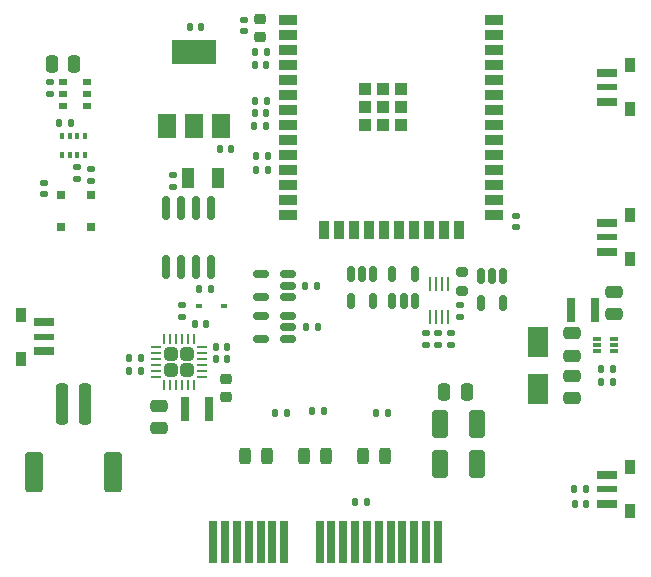
<source format=gbr>
%TF.GenerationSoftware,KiCad,Pcbnew,(6.0.9)*%
%TF.CreationDate,2023-09-09T15:40:48+05:30*%
%TF.ProjectId,WeatherKids_V3,57656174-6865-4724-9b69-64735f56332e,rev?*%
%TF.SameCoordinates,PX1406f40PY14fb180*%
%TF.FileFunction,Paste,Top*%
%TF.FilePolarity,Positive*%
%FSLAX46Y46*%
G04 Gerber Fmt 4.6, Leading zero omitted, Abs format (unit mm)*
G04 Created by KiCad (PCBNEW (6.0.9)) date 2023-09-09 15:40:48*
%MOMM*%
%LPD*%
G01*
G04 APERTURE LIST*
G04 Aperture macros list*
%AMRoundRect*
0 Rectangle with rounded corners*
0 $1 Rounding radius*
0 $2 $3 $4 $5 $6 $7 $8 $9 X,Y pos of 4 corners*
0 Add a 4 corners polygon primitive as box body*
4,1,4,$2,$3,$4,$5,$6,$7,$8,$9,$2,$3,0*
0 Add four circle primitives for the rounded corners*
1,1,$1+$1,$2,$3*
1,1,$1+$1,$4,$5*
1,1,$1+$1,$6,$7*
1,1,$1+$1,$8,$9*
0 Add four rect primitives between the rounded corners*
20,1,$1+$1,$2,$3,$4,$5,0*
20,1,$1+$1,$4,$5,$6,$7,0*
20,1,$1+$1,$6,$7,$8,$9,0*
20,1,$1+$1,$8,$9,$2,$3,0*%
G04 Aperture macros list end*
%ADD10RoundRect,0.200000X0.275000X-0.200000X0.275000X0.200000X-0.275000X0.200000X-0.275000X-0.200000X0*%
%ADD11R,0.800000X2.000000*%
%ADD12RoundRect,0.225000X0.250000X-0.225000X0.250000X0.225000X-0.250000X0.225000X-0.250000X-0.225000X0*%
%ADD13RoundRect,0.140000X0.140000X0.170000X-0.140000X0.170000X-0.140000X-0.170000X0.140000X-0.170000X0*%
%ADD14RoundRect,0.135000X-0.185000X0.135000X-0.185000X-0.135000X0.185000X-0.135000X0.185000X0.135000X0*%
%ADD15RoundRect,0.250000X-0.250000X-1.500000X0.250000X-1.500000X0.250000X1.500000X-0.250000X1.500000X0*%
%ADD16RoundRect,0.250001X-0.499999X-1.449999X0.499999X-1.449999X0.499999X1.449999X-0.499999X1.449999X0*%
%ADD17RoundRect,0.225000X-0.250000X0.225000X-0.250000X-0.225000X0.250000X-0.225000X0.250000X0.225000X0*%
%ADD18R,1.000000X1.800000*%
%ADD19RoundRect,0.135000X0.135000X0.185000X-0.135000X0.185000X-0.135000X-0.185000X0.135000X-0.185000X0*%
%ADD20RoundRect,0.150000X0.512500X0.150000X-0.512500X0.150000X-0.512500X-0.150000X0.512500X-0.150000X0*%
%ADD21RoundRect,0.140000X0.170000X-0.140000X0.170000X0.140000X-0.170000X0.140000X-0.170000X-0.140000X0*%
%ADD22RoundRect,0.135000X-0.135000X-0.185000X0.135000X-0.185000X0.135000X0.185000X-0.135000X0.185000X0*%
%ADD23RoundRect,0.250000X-0.412500X-0.925000X0.412500X-0.925000X0.412500X0.925000X-0.412500X0.925000X0*%
%ADD24RoundRect,0.250000X-0.315000X0.315000X-0.315000X-0.315000X0.315000X-0.315000X0.315000X0.315000X0*%
%ADD25RoundRect,0.062500X-0.062500X0.350000X-0.062500X-0.350000X0.062500X-0.350000X0.062500X0.350000X0*%
%ADD26RoundRect,0.062500X-0.350000X0.062500X-0.350000X-0.062500X0.350000X-0.062500X0.350000X0.062500X0*%
%ADD27R,0.670001X0.299999*%
%ADD28R,0.700000X3.600000*%
%ADD29RoundRect,0.140000X-0.140000X-0.170000X0.140000X-0.170000X0.140000X0.170000X-0.140000X0.170000X0*%
%ADD30RoundRect,0.140000X-0.170000X0.140000X-0.170000X-0.140000X0.170000X-0.140000X0.170000X0.140000X0*%
%ADD31R,0.254000X1.168400*%
%ADD32R,0.800000X0.800000*%
%ADD33RoundRect,0.250000X0.475000X-0.250000X0.475000X0.250000X-0.475000X0.250000X-0.475000X-0.250000X0*%
%ADD34RoundRect,0.243750X-0.243750X-0.456250X0.243750X-0.456250X0.243750X0.456250X-0.243750X0.456250X0*%
%ADD35R,0.900000X1.300000*%
%ADD36R,1.800000X0.750000*%
%ADD37R,1.800000X0.600000*%
%ADD38RoundRect,0.250000X-0.475000X0.250000X-0.475000X-0.250000X0.475000X-0.250000X0.475000X0.250000X0*%
%ADD39R,1.800000X2.500000*%
%ADD40R,0.600000X0.450000*%
%ADD41RoundRect,0.150000X-0.150000X0.825000X-0.150000X-0.825000X0.150000X-0.825000X0.150000X0.825000X0*%
%ADD42R,0.350000X0.500000*%
%ADD43RoundRect,0.150000X-0.150000X0.512500X-0.150000X-0.512500X0.150000X-0.512500X0.150000X0.512500X0*%
%ADD44RoundRect,0.250000X-0.250000X-0.475000X0.250000X-0.475000X0.250000X0.475000X-0.250000X0.475000X0*%
%ADD45RoundRect,0.135000X0.185000X-0.135000X0.185000X0.135000X-0.185000X0.135000X-0.185000X-0.135000X0*%
%ADD46R,1.500000X2.000000*%
%ADD47R,3.800000X2.000000*%
%ADD48R,0.800000X0.500000*%
%ADD49RoundRect,0.150000X0.150000X-0.512500X0.150000X0.512500X-0.150000X0.512500X-0.150000X-0.512500X0*%
%ADD50R,1.500000X0.900000*%
%ADD51R,0.900000X1.500000*%
%ADD52R,1.050000X1.050000*%
G04 APERTURE END LIST*
D10*
%TO.C,R14*%
X38050000Y-30525000D03*
X38050000Y-28875000D03*
%TD*%
D11*
%TO.C,L1*%
X14600000Y-40500000D03*
X16600000Y-40500000D03*
%TD*%
%TO.C,L2*%
X49300000Y-32100000D03*
X47300000Y-32100000D03*
%TD*%
D12*
%TO.C,C6*%
X18050000Y-39525000D03*
X18050000Y-37975000D03*
%TD*%
D13*
%TO.C,C8*%
X21480000Y-11400000D03*
X20520000Y-11400000D03*
%TD*%
D14*
%TO.C,R11*%
X13545000Y-20715000D03*
X13545000Y-21735000D03*
%TD*%
D15*
%TO.C,J1*%
X4150000Y-40050000D03*
X6150000Y-40050000D03*
D16*
X1800000Y-45800000D03*
X8500000Y-45800000D03*
%TD*%
D17*
%TO.C,C11*%
X20950000Y-7450000D03*
X20950000Y-9000000D03*
%TD*%
D18*
%TO.C,Y1*%
X14895000Y-20975000D03*
X17395000Y-20975000D03*
%TD*%
D19*
%TO.C,R12*%
X4960000Y-16300000D03*
X3940000Y-16300000D03*
%TD*%
D20*
%TO.C,U13*%
X23325000Y-31000000D03*
X23325000Y-30050000D03*
X23325000Y-29100000D03*
X21050000Y-29100000D03*
X21050000Y-31000000D03*
%TD*%
D21*
%TO.C,C20*%
X37850000Y-32680000D03*
X37850000Y-31720000D03*
%TD*%
D22*
%TO.C,R22*%
X9890000Y-36200000D03*
X10910000Y-36200000D03*
%TD*%
D19*
%TO.C,R9*%
X21610000Y-20300000D03*
X20590000Y-20300000D03*
%TD*%
D23*
%TO.C,C23*%
X36225000Y-41800000D03*
X39300000Y-41800000D03*
%TD*%
D24*
%TO.C,U1*%
X13425000Y-35825000D03*
X14775000Y-37175000D03*
X14775000Y-35825000D03*
X13425000Y-37175000D03*
D25*
X15350000Y-34537500D03*
X14850000Y-34537500D03*
X14350000Y-34537500D03*
X13850000Y-34537500D03*
X13350000Y-34537500D03*
X12850000Y-34537500D03*
D26*
X12137500Y-35250000D03*
X12137500Y-35750000D03*
X12137500Y-36250000D03*
X12137500Y-36750000D03*
X12137500Y-37250000D03*
X12137500Y-37750000D03*
D25*
X12850000Y-38462500D03*
X13350000Y-38462500D03*
X13850000Y-38462500D03*
X14350000Y-38462500D03*
X14850000Y-38462500D03*
X15350000Y-38462500D03*
D26*
X16062500Y-37750000D03*
X16062500Y-37250000D03*
X16062500Y-36750000D03*
X16062500Y-36250000D03*
X16062500Y-35750000D03*
X16062500Y-35250000D03*
%TD*%
D27*
%TO.C,U3*%
X49459999Y-35550002D03*
X50940001Y-35050003D03*
X49459999Y-35050003D03*
X50940001Y-34550001D03*
X49459999Y-34550001D03*
X50940001Y-35550002D03*
%TD*%
D28*
%TO.C,J3*%
X36000000Y-51760950D03*
X35000000Y-51760950D03*
X34000000Y-51760950D03*
X33000000Y-51760950D03*
X32000000Y-51760950D03*
X31000000Y-51760950D03*
X30000000Y-51760950D03*
X29000000Y-51760950D03*
X28000000Y-51760950D03*
X27000000Y-51760950D03*
X26000000Y-51760950D03*
X23000000Y-51760950D03*
X22000000Y-51760950D03*
X21000000Y-51760950D03*
X20000000Y-51760950D03*
X19000000Y-51760950D03*
X18000000Y-51760950D03*
X17000000Y-51760950D03*
%TD*%
D22*
%TO.C,R21*%
X9890000Y-37250000D03*
X10910000Y-37250000D03*
%TD*%
D29*
%TO.C,C5*%
X17220000Y-35250000D03*
X18180000Y-35250000D03*
%TD*%
D30*
%TO.C,C2*%
X42600000Y-24120000D03*
X42600000Y-25080000D03*
%TD*%
D14*
%TO.C,R19*%
X35000000Y-34040000D03*
X35000000Y-35060000D03*
%TD*%
D13*
%TO.C,C4*%
X48550000Y-48550000D03*
X47590000Y-48550000D03*
%TD*%
%TO.C,C21*%
X21500000Y-15450000D03*
X20540000Y-15450000D03*
%TD*%
D14*
%TO.C,R10*%
X3150000Y-12840000D03*
X3150000Y-13860000D03*
%TD*%
D31*
%TO.C,U9*%
X36850001Y-29928400D03*
X36350000Y-29928400D03*
X35850000Y-29928400D03*
X35349999Y-29928400D03*
X35349999Y-32671600D03*
X35850000Y-32671600D03*
X36350000Y-32671600D03*
X36850001Y-32671600D03*
%TD*%
D32*
%TO.C,U5*%
X4080000Y-25050000D03*
X6620000Y-25050000D03*
X6620000Y-22350000D03*
X4080000Y-22350000D03*
%TD*%
D22*
%TO.C,R15*%
X24827500Y-33600000D03*
X25847500Y-33600000D03*
%TD*%
D33*
%TO.C,C9*%
X50950000Y-32500000D03*
X50950000Y-30600000D03*
%TD*%
D23*
%TO.C,C22*%
X36225000Y-45200000D03*
X39300000Y-45200000D03*
%TD*%
D34*
%TO.C,D5*%
X24662500Y-44500000D03*
X26537500Y-44500000D03*
%TD*%
D19*
%TO.C,R24*%
X48560000Y-47300000D03*
X47540000Y-47300000D03*
%TD*%
D35*
%TO.C,SW4*%
X700000Y-32550000D03*
X700000Y-36250000D03*
D36*
X2650000Y-33175000D03*
D37*
X2650000Y-34400000D03*
D36*
X2650000Y-35625000D03*
%TD*%
D38*
%TO.C,C7*%
X12400000Y-40250000D03*
X12400000Y-42150000D03*
%TD*%
D30*
%TO.C,C12*%
X19600000Y-7570000D03*
X19600000Y-8530000D03*
%TD*%
D22*
%TO.C,R5*%
X49790000Y-37150000D03*
X50810000Y-37150000D03*
%TD*%
D34*
%TO.C,D2*%
X29662500Y-44500000D03*
X31537500Y-44500000D03*
%TD*%
D39*
%TO.C,D4*%
X44500000Y-38850000D03*
X44500000Y-34850000D03*
%TD*%
D19*
%TO.C,R7*%
X26410000Y-40700000D03*
X25390000Y-40700000D03*
%TD*%
D40*
%TO.C,D3*%
X15795000Y-31800000D03*
X17895000Y-31800000D03*
%TD*%
D41*
%TO.C,U7*%
X16800000Y-23525000D03*
X15530000Y-23525000D03*
X14260000Y-23525000D03*
X12990000Y-23525000D03*
X12990000Y-28475000D03*
X14260000Y-28475000D03*
X15530000Y-28475000D03*
X16800000Y-28475000D03*
%TD*%
D42*
%TO.C,U8*%
X6125000Y-19000000D03*
X5475000Y-19000000D03*
X4825000Y-19000000D03*
X4175000Y-19000000D03*
X4175000Y-17400000D03*
X4825000Y-17400000D03*
X5475000Y-17400000D03*
X6125000Y-17400000D03*
%TD*%
D35*
%TO.C,SW1*%
X52300000Y-24100000D03*
X52300000Y-27800000D03*
D36*
X50350000Y-27175000D03*
D37*
X50350000Y-25950000D03*
D36*
X50350000Y-24725000D03*
%TD*%
D29*
%TO.C,C25*%
X17220000Y-36250000D03*
X18180000Y-36250000D03*
%TD*%
D20*
%TO.C,U14*%
X23325000Y-34550000D03*
X23325000Y-33600000D03*
X23325000Y-32650000D03*
X21050000Y-32650000D03*
X21050000Y-34550000D03*
%TD*%
D43*
%TO.C,U10*%
X30550000Y-29062500D03*
X29600000Y-29062500D03*
X28650000Y-29062500D03*
X28650000Y-31337500D03*
X30550000Y-31337500D03*
%TD*%
D29*
%TO.C,C13*%
X15020000Y-8200000D03*
X15980000Y-8200000D03*
%TD*%
D14*
%TO.C,R16*%
X37100000Y-34040000D03*
X37100000Y-35060000D03*
%TD*%
D22*
%TO.C,RV1*%
X28990000Y-48400000D03*
X30010000Y-48400000D03*
%TD*%
D19*
%TO.C,R2*%
X31760000Y-40800000D03*
X30740000Y-40800000D03*
%TD*%
D22*
%TO.C,R1*%
X22240000Y-40800000D03*
X23260000Y-40800000D03*
%TD*%
D44*
%TO.C,C17*%
X3300000Y-11250000D03*
X5200000Y-11250000D03*
%TD*%
D35*
%TO.C,SW3*%
X52300000Y-49150000D03*
X52300000Y-45450000D03*
D36*
X50350000Y-48525000D03*
D37*
X50350000Y-47300000D03*
D36*
X50350000Y-46075000D03*
%TD*%
D29*
%TO.C,C10*%
X17570000Y-18500000D03*
X18530000Y-18500000D03*
%TD*%
D35*
%TO.C,SW2*%
X52300000Y-11400000D03*
X52300000Y-15100000D03*
D36*
X50350000Y-14475000D03*
D37*
X50350000Y-13250000D03*
D36*
X50350000Y-12025000D03*
%TD*%
D45*
%TO.C,R3*%
X14350000Y-31690000D03*
X14350000Y-32710000D03*
%TD*%
D13*
%TO.C,C18*%
X16780000Y-30300000D03*
X15820000Y-30300000D03*
%TD*%
D46*
%TO.C,U4*%
X13050000Y-16550000D03*
D47*
X15350000Y-10250000D03*
D46*
X15350000Y-16550000D03*
X17650000Y-16550000D03*
%TD*%
D19*
%TO.C,R8*%
X21610000Y-19050000D03*
X20590000Y-19050000D03*
%TD*%
D14*
%TO.C,R17*%
X36050000Y-34040000D03*
X36050000Y-35060000D03*
%TD*%
D30*
%TO.C,C16*%
X6600000Y-20220000D03*
X6600000Y-21180000D03*
%TD*%
D19*
%TO.C,R6*%
X50810000Y-38200000D03*
X49790000Y-38200000D03*
%TD*%
D48*
%TO.C,U6*%
X4300000Y-12850000D03*
X4300000Y-13850000D03*
X4300000Y-14850000D03*
X6300000Y-14850000D03*
X6300000Y-13850000D03*
X6300000Y-12850000D03*
%TD*%
D34*
%TO.C,D1*%
X19662500Y-44500000D03*
X21537500Y-44500000D03*
%TD*%
D33*
%TO.C,C15*%
X47330000Y-39600000D03*
X47330000Y-37700000D03*
%TD*%
D19*
%TO.C,R18*%
X21530000Y-14450000D03*
X20510000Y-14450000D03*
%TD*%
%TO.C,R23*%
X21480000Y-16500000D03*
X20460000Y-16500000D03*
%TD*%
D33*
%TO.C,C14*%
X47350000Y-36000000D03*
X47350000Y-34100000D03*
%TD*%
D21*
%TO.C,C19*%
X2700000Y-22330000D03*
X2700000Y-21370000D03*
%TD*%
D22*
%TO.C,R4*%
X20490000Y-10300000D03*
X21510000Y-10300000D03*
%TD*%
D44*
%TO.C,C24*%
X36562500Y-39100000D03*
X38462500Y-39100000D03*
%TD*%
D49*
%TO.C,U12*%
X32150000Y-31337500D03*
X33100000Y-31337500D03*
X34050000Y-31337500D03*
X34050000Y-29062500D03*
X32150000Y-29062500D03*
%TD*%
D50*
%TO.C,U2*%
X23300000Y-7595000D03*
X23300000Y-8865000D03*
X23300000Y-10135000D03*
X23300000Y-11405000D03*
X23300000Y-12675000D03*
X23300000Y-13945000D03*
X23300000Y-15215000D03*
X23300000Y-16485000D03*
X23300000Y-17755000D03*
X23300000Y-19025000D03*
X23300000Y-20295000D03*
X23300000Y-21565000D03*
X23300000Y-22835000D03*
X23300000Y-24105000D03*
D51*
X26340000Y-25355000D03*
X27610000Y-25355000D03*
X28880000Y-25355000D03*
X30150000Y-25355000D03*
X31420000Y-25355000D03*
X32690000Y-25355000D03*
X33960000Y-25355000D03*
X35230000Y-25355000D03*
X36500000Y-25355000D03*
X37770000Y-25355000D03*
D50*
X40800000Y-24105000D03*
X40800000Y-22835000D03*
X40800000Y-21565000D03*
X40800000Y-20295000D03*
X40800000Y-19025000D03*
X40800000Y-17755000D03*
X40800000Y-16485000D03*
X40800000Y-15215000D03*
X40800000Y-13945000D03*
X40800000Y-12675000D03*
X40800000Y-11405000D03*
X40800000Y-10135000D03*
X40800000Y-8865000D03*
X40800000Y-7595000D03*
D52*
X31370000Y-13410000D03*
X29845000Y-14935000D03*
X32895000Y-13410000D03*
X31370000Y-14935000D03*
X32895000Y-14935000D03*
X31370000Y-16460000D03*
X32895000Y-16460000D03*
X29845000Y-16460000D03*
X29845000Y-13410000D03*
%TD*%
D45*
%TO.C,R13*%
X5445000Y-21025000D03*
X5445000Y-20005000D03*
%TD*%
D22*
%TO.C,R20*%
X24777500Y-30050000D03*
X25797500Y-30050000D03*
%TD*%
D13*
%TO.C,C1*%
X16380000Y-33300000D03*
X15420000Y-33300000D03*
%TD*%
D43*
%TO.C,U11*%
X41550000Y-31537500D03*
X39650000Y-31537500D03*
X39650000Y-29262500D03*
X40600000Y-29262500D03*
X41550000Y-29262500D03*
%TD*%
M02*

</source>
